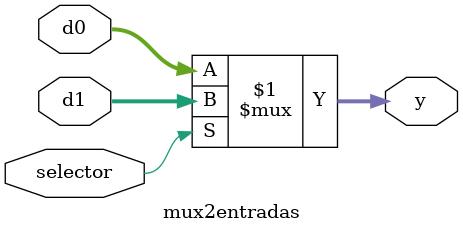
<source format=sv>
module mux2entradas #(parameter WIDTH = 8)(
	input logic [WIDTH-1:0] d0, d1,
	input logic selector,
	output logic [WIDTH-1:0] y

);

	assign y = selector ? d1 : d0;
endmodule 
</source>
